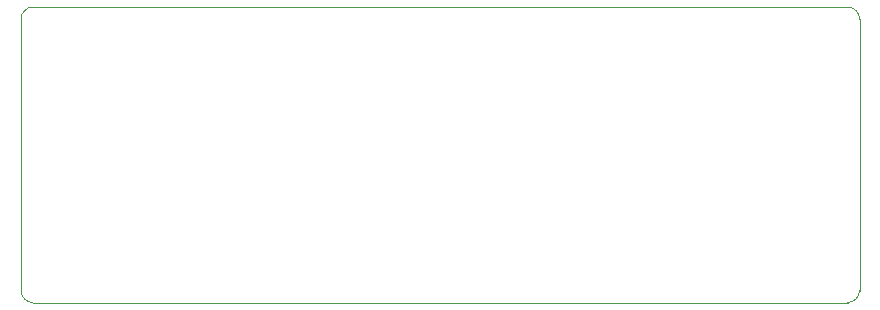
<source format=gm1>
G04 #@! TF.FileFunction,Profile,NP*
%FSLAX46Y46*%
G04 Gerber Fmt 4.6, Leading zero omitted, Abs format (unit mm)*
G04 Created by KiCad (PCBNEW (2015-10-16 BZR 6271)-product) date Sun 01 Nov 2015 17:02:17 NZDT*
%MOMM*%
G01*
G04 APERTURE LIST*
%ADD10C,0.100000*%
%ADD11C,0.010000*%
G04 APERTURE END LIST*
D10*
D11*
X70993000Y1016000D02*
X70993000Y24003000D01*
X1016000Y0D02*
X69977000Y0D01*
X0Y24003000D02*
X0Y1016000D01*
X69977000Y25019000D02*
X1016000Y25019000D01*
X1016000Y25019000D02*
G75*
G03X0Y24003000I0J-1016000D01*
G01*
X0Y1016000D02*
G75*
G03X1016000Y0I1016000J0D01*
G01*
X69977000Y0D02*
G75*
G03X70993000Y1016000I0J1016000D01*
G01*
X70993000Y24003000D02*
G75*
G03X69977000Y25019000I-1016000J0D01*
G01*
M02*

</source>
